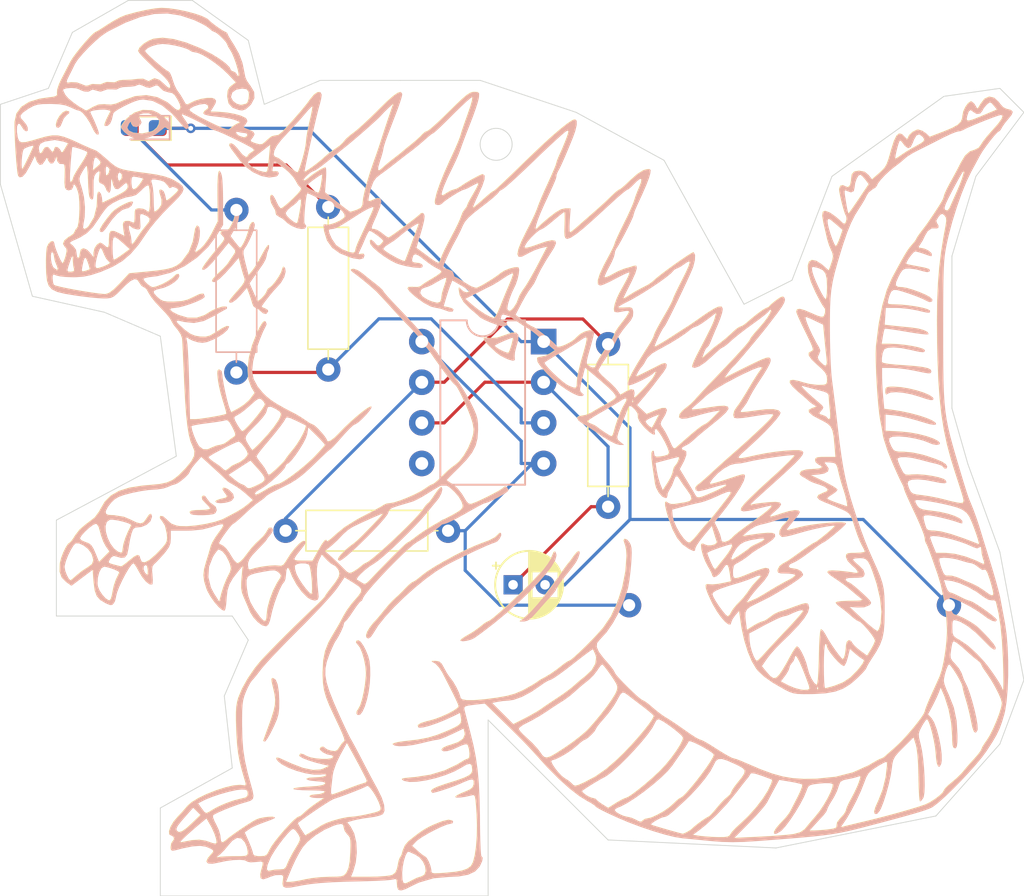
<source format=kicad_pcb>
(kicad_pcb (version 20240108) (generator "pcbnew") (generator_version "8.0")
  (layers (0 "F.Cu" signal) (31 "B.Cu" signal) (34 "B.Paste" user) (35 "F.Paste" user) (36 "B.SilkS" user "B.Silkscreen") (37 "F.SilkS" user "F.Silkscreen") (38 "B.Mask" user) (39 "F.Mask" user) (44 "Edge.Cuts" user))
  (net 0 "")
  (net 1 "Net-(BT1-+)")
  (net 2 "Net-(BT1--)")
  (net 3 "Net-(U1-THR)")
  (net 4 "Net-(D1-A)")
  (net 6 "Net-(D2-A)")
  (net 7 "Net-(U1-DIS)")
  (net 8 "Net-(U1-Q)")
  (footprint "custom_footprint_library:0.4_pitch_resistor" (layer "F.Cu") (at 114.9145 79.1606 90)
    (property "Reference" "R1" (hide yes))
    (property "Value" "R")
    (pad "1" thru_hole circle (at 0 -5.08 90) (size 1.524 1.524) (drill 0.762) (layers "*.Cu" "*.Mask") (net 7 "Net-(U1-DIS)"))
    (pad "2" thru_hole circle (at 0 5.08 90) (size 1.524 1.524) (drill 0.762) (layers "*.Cu" "*.Mask") (net 1 "Net-(BT1-+)"))
  )
  (footprint "Capacitor_THT:CP_Radial_D4.0mm_P2.00mm" (layer "F.Cu") (at 124.0593 82.5438)
    (property "Reference" "C1" (hide yes))
    (property "Value" "C")
    (pad "1" thru_hole rect (at 0 0) (size 1.2 1.2) (drill 0.6) (layers "*.Cu" "*.Mask") (net 3 "Net-(U1-THR)"))
    (pad "2" thru_hole circle (at 2 0) (size 1.2 1.2) (drill 0.6) (layers "*.Cu" "*.Mask") (net 2 "Net-(BT1--)"))
  )
  (footprint "custom_footprint_library:0.4_pitch_resistor" (layer "F.Cu") (at 130 72.58)
    (property "Reference" "R2" (hide yes))
    (property "Value" "R")
    (pad "1" thru_hole circle (at 0 -5.08) (size 1.524 1.524) (drill 0.762) (layers "*.Cu" "*.Mask") (net 7 "Net-(U1-DIS)"))
    (pad "2" thru_hole circle (at 0 5.08) (size 1.524 1.524) (drill 0.762) (layers "*.Cu" "*.Mask") (net 3 "Net-(U1-THR)"))
  )
  (footprint "custom_footprint_library:0.4_pitch_resistor" (layer "F.Cu") (at 112.5 64)
    (property "Reference" "R4" (hide yes))
    (property "Value" "R")
    (pad "1" thru_hole circle (at 0 -5.08) (size 1.524 1.524) (drill 0.762) (layers "*.Cu" "*.Mask") (net 6 "Net-(D2-A)"))
    (pad "2" thru_hole circle (at 0 5.08) (size 1.524 1.524) (drill 0.762) (layers "*.Cu" "*.Mask") (net 8 "Net-(U1-Q)"))
  )
  (footprint "LED_SMD:LED_0603_1608Metric_Pad1.05x0.95mm_HandSolder" (layer "F.Cu") (at 101 54 180)
    (property "Reference" "D2" (hide yes))
    (property "Value" "LED")
    (pad "1" smd roundrect (at -0.875 0 180) (size 1.05 0.95) (layers "F.Cu" "F.Paste" "F.Mask") (net 2 "Net-(BT1--)"))
    (pad "2" smd roundrect (at 0.875 0 180) (size 1.05 0.95) (layers "F.Cu" "F.Paste" "F.Mask") (net 6 "Net-(D2-A)"))
  )
  (footprint "custom_footprint_library:battery_holder_coin" (layer "F.Cu") (at 142.315 83.8196)
    (property "Reference" "BT1" (hide yes))
    (property "Value" "Battery_Cell")
    (pad "1" thru_hole circle (at -11 0) (size 1.524 1.524) (drill 0.762) (layers "*.Cu" "*.Mask") (net 1 "Net-(BT1-+)"))
    (pad "2" thru_hole circle (at 9 0) (size 1.524 1.524) (drill 0.762) (layers "*.Cu" "*.Mask") (net 2 "Net-(BT1--)"))
  )
  (footprint "custom_footprint_library:godzilla_silkscreen" (layer "F.Cu") (at 121.5 69.5)
    (property "Reference" "U2" (hide yes))
    (property "Value" "~" (hide yes))
  )
  (footprint "LED_SMD:LED_0603_1608Metric_Pad1.05x0.95mm_HandSolder" (layer "B.Cu") (at 100.9282 53.9581 180)
    (property "Reference" "D1" (hide yes))
    (property "Value" "LED")
    (pad "1" smd roundrect (at -0.875 0 180) (size 1.05 0.95) (layers "B.Cu" "B.Paste" "B.Mask") (net 2 "Net-(BT1--)"))
    (pad "2" smd roundrect (at 0.875 0 180) (size 1.05 0.95) (layers "B.Cu" "B.Paste" "B.Mask") (net 4 "Net-(D1-A)"))
  )
  (footprint "Package_DIP:DIP-8_W7.62mm" (layer "B.Cu") (at 125.9705 67.337 180)
    (property "Reference" "U1" (hide yes))
    (property "Value" "NE555P")
    (pad "1" thru_hole rect (at 0 0 180) (size 1.6 1.6) (drill 0.8) (layers "*.Cu" "*.Mask") (net 2 "Net-(BT1--)"))
    (pad "2" thru_hole oval (at 0 -2.54 180) (size 1.6 1.6) (drill 0.8) (layers "*.Cu" "*.Mask") (net 3 "Net-(U1-THR)"))
    (pad "3" thru_hole oval (at 0 -5.08 180) (size 1.6 1.6) (drill 0.8) (layers "*.Cu" "*.Mask") (net 8 "Net-(U1-Q)"))
    (pad "4" thru_hole oval (at 0 -7.62 180) (size 1.6 1.6) (drill 0.8) (layers "*.Cu" "*.Mask") (net 1 "Net-(BT1-+)"))
    (pad "5" thru_hole oval (at 7.62 -7.62 180) (size 1.6 1.6) (drill 0.8) (layers "*.Cu" "*.Mask"))
    (pad "6" thru_hole oval (at 7.62 -5.08 180) (size 1.6 1.6) (drill 0.8) (layers "*.Cu" "*.Mask") (net 3 "Net-(U1-THR)"))
    (pad "7" thru_hole oval (at 7.62 -2.54 180) (size 1.6 1.6) (drill 0.8) (layers "*.Cu" "*.Mask") (net 7 "Net-(U1-DIS)"))
    (pad "8" thru_hole oval (at 7.62 0 180) (size 1.6 1.6) (drill 0.8) (layers "*.Cu" "*.Mask") (net 1 "Net-(BT1-+)"))
  )
  (footprint "custom_footprint_library:0.4_pitch_resistor" (layer "B.Cu") (at 106.7565 64.1842 180)
    (property "Reference" "R3" (hide yes))
    (property "Value" "R")
    (pad "1" thru_hole circle (at 0 5.08 180) (size 1.524 1.524) (drill 0.762) (layers "*.Cu" "*.Mask") (net 4 "Net-(D1-A)"))
    (pad "2" thru_hole circle (at 0 -5.08 180) (size 1.524 1.524) (drill 0.762) (layers "*.Cu" "*.Mask") (net 8 "Net-(U1-Q)"))
  )
  (gr_line (start 92 57.5) (end 94 64.5) (stroke (width 0.05)) (layer "Edge.Cuts"))
  (gr_line (start 102 67) (end 103 74.5) (stroke (width 0.05)) (layer "Edge.Cuts"))
  (gr_line (start 151.5 62) (end 153 57) (stroke (width 0.05)) (layer "Edge.Cuts"))
  (gr_line (start 152.5 75) (end 151.5 71.5) (stroke (width 0.05)) (layer "Edge.Cuts"))
  (gr_line (start 94 64.5) (end 98.5 65.5) (stroke (width 0.05)) (layer "Edge.Cuts"))
  (gr_line (start 133.5 56) (end 128 53) (stroke (width 0.05)) (layer "Edge.Cuts"))
  (gr_line (start 122.5 102) (end 122.5 91) (stroke (width 0.05)) (layer "Edge.Cuts"))
  (gr_line (start 138.5 65) (end 133.5 56) (stroke (width 0.05)) (layer "Edge.Cuts"))
  (gr_line (start 151 52) (end 144 57) (stroke (width 0.05)) (layer "Edge.Cuts"))
  (gr_line (start 128 53) (end 122 51) (stroke (width 0.05)) (layer "Edge.Cuts"))
  (gr_line (start 140.5 99) (end 150.5 97) (stroke (width 0.05)) (layer "Edge.Cuts"))
  (gr_line (start 153 57) (end 156 53) (stroke (width 0.05)) (layer "Edge.Cuts"))
  (gr_line (start 102 102) (end 122.5 102) (stroke (width 0.05)) (layer "Edge.Cuts"))
  (gr_line (start 156 88.5) (end 154.5 80.5) (stroke (width 0.05)) (layer "Edge.Cuts"))
  (gr_line (start 150.5 97) (end 154.5 92.5) (stroke (width 0.05)) (layer "Edge.Cuts"))
  (gr_line (start 112 51) (end 108.5 52.5) (stroke (width 0.05)) (layer "Edge.Cuts"))
  (gr_line (start 141.5 63.5) (end 138.5 65) (stroke (width 0.05)) (layer "Edge.Cuts"))
  (gr_line (start 108.5 52.5) (end 107.5 48.5) (stroke (width 0.05)) (layer "Edge.Cuts"))
  (gr_line (start 106 89.5) (end 106.5 94) (stroke (width 0.05)) (layer "Edge.Cuts"))
  (gr_line (start 92 52.5) (end 92 57.5) (stroke (width 0.05)) (layer "Edge.Cuts"))
  (gr_line (start 104 46) (end 100 46) (stroke (width 0.05)) (layer "Edge.Cuts"))
  (gr_line (start 95.5 78.5) (end 95.5 84.5) (stroke (width 0.05)) (layer "Edge.Cuts"))
  (gr_line (start 103 74.5) (end 95.5 78.5) (stroke (width 0.05)) (layer "Edge.Cuts"))
  (gr_line (start 156 53) (end 154.5 51.5) (stroke (width 0.05)) (layer "Edge.Cuts"))
  (gr_line (start 122.5 91) (end 130 98.5) (stroke (width 0.05)) (layer "Edge.Cuts"))
  (gr_line (start 106.5 84.5) (end 107.5 86) (stroke (width 0.05)) (layer "Edge.Cuts"))
  (gr_line (start 151.5 71.5) (end 151.5 62) (stroke (width 0.05)) (layer "Edge.Cuts"))
  (gr_circle (center 123 55) (end 124 55) (stroke (width 0.05)) (fill none) (layer "Edge.Cuts"))
  (gr_line (start 106.5 94) (end 102 96.5) (stroke (width 0.05)) (layer "Edge.Cuts"))
  (gr_line (start 102 96.5) (end 102 102) (stroke (width 0.05)) (layer "Edge.Cuts"))
  (gr_line (start 130 98.5) (end 140.5 99) (stroke (width 0.05)) (layer "Edge.Cuts"))
  (gr_line (start 98.5 65.5) (end 102 67) (stroke (width 0.05)) (layer "Edge.Cuts"))
  (gr_line (start 117 51) (end 112 51) (stroke (width 0.05)) (layer "Edge.Cuts"))
  (gr_line (start 95 51.5) (end 92 52.5) (stroke (width 0.05)) (layer "Edge.Cuts"))
  (gr_line (start 144 57) (end 141.5 63.5) (stroke (width 0.05)) (layer "Edge.Cuts"))
  (gr_line (start 154.5 51.5) (end 151 52) (stroke (width 0.05)) (layer "Edge.Cuts"))
  (gr_line (start 154.5 80.5) (end 152.5 75) (stroke (width 0.05)) (layer "Edge.Cuts"))
  (gr_line (start 95.5 84.5) (end 106.5 84.5) (stroke (width 0.05)) (layer "Edge.Cuts"))
  (gr_line (start 100 46) (end 96.5 48) (stroke (width 0.05)) (layer "Edge.Cuts"))
  (gr_line (start 107.5 86) (end 106 89.5) (stroke (width 0.05)) (layer "Edge.Cuts"))
  (gr_line (start 107.5 48.5) (end 104 46) (stroke (width 0.05)) (layer "Edge.Cuts"))
  (gr_line (start 122 51) (end 117 51) (stroke (width 0.05)) (layer "Edge.Cuts"))
  (gr_line (start 154.5 92.5) (end 156 88.5) (stroke (width 0.05)) (layer "Edge.Cuts"))
  (gr_line (start 96.5 48) (end 95 51.5) (stroke (width 0.05)) (layer "Edge.Cuts"))
  (segment (start 121.0661 79.1606) (end 119.9945 79.1606) (width 0.2) (layer "B.Cu") (net 1))
  (segment (start 123.2441 83.8196) (end 121.0661 81.6416) (width 0.2) (layer "B.Cu") (net 1))
  (segment (start 131.315 83.8196) (end 123.2441 83.8196) (width 0.2) (layer "B.Cu") (net 1))
  (segment (start 125.2697 74.957) (end 121.0661 79.1606) (width 0.2) (layer "B.Cu") (net 1))
  (segment (start 125.9705 74.957) (end 125.2697 74.957) (width 0.2) (layer "B.Cu") (net 1))
  (segment (start 121.0661 81.6416) (end 121.0661 79.1606) (width 0.2) (layer "B.Cu") (net 1))
  (segment (start 124.5688 73.5553) (end 124.5688 74.957) (width 0.2) (layer "B.Cu") (net 1))
  (segment (start 125.2697 74.957) (end 124.5688 74.957) (width 0.2) (layer "B.Cu") (net 1))
  (segment (start 118.3505 67.337) (end 124.5688 73.5553) (width 0.2) (layer "B.Cu") (net 1))
  (segment (start 103.9019 54) (end 101.875 54) (width 0.2) (layer "F.Cu") (net 2))
  (via (at 103.9019 54) (size 0.6) (drill 0.3) (layers "F.Cu" "B.Cu") (net 2))
  (segment (start 101.8451 54) (end 103.9019 54) (width 0.2) (layer "B.Cu") (net 2))
  (segment (start 127.2858 82.5438) (end 131.37 78.4596) (width 0.2) (layer "B.Cu") (net 2))
  (segment (start 101.8032 53.9581) (end 101.8451 54) (width 0.2) (layer "B.Cu") (net 2))
  (segment (start 145.955 78.4596) (end 151.315 83.8196) (width 0.2) (layer "B.Cu") (net 2))
  (segment (start 111.2318 54) (end 103.9019 54) (width 0.2) (layer "B.Cu") (net 2))
  (segment (start 131.37 78.4596) (end 131.37 72.7365) (width 0.2) (layer "B.Cu") (net 2))
  (segment (start 131.37 78.4596) (end 145.955 78.4596) (width 0.2) (layer "B.Cu") (net 2))
  (segment (start 125.9705 67.337) (end 124.5688 67.337) (width 0.2) (layer "B.Cu") (net 2))
  (segment (start 131.37 72.7365) (end 125.9705 67.337) (width 0.2) (layer "B.Cu") (net 2))
  (segment (start 126.0593 82.5438) (end 127.2858 82.5438) (width 0.2) (layer "B.Cu") (net 2))
  (segment (start 124.5688 67.337) (end 111.2318 54) (width 0.2) (layer "B.Cu") (net 2))
  (segment (start 119.7522 72.417) (end 122.2922 69.877) (width 0.2) (layer "F.Cu") (net 3))
  (segment (start 118.3505 72.417) (end 119.7522 72.417) (width 0.2) (layer "F.Cu") (net 3))
  (segment (start 124.0593 82.5438) (end 128.9431 77.66) (width 0.2) (layer "F.Cu") (net 3))
  (segment (start 128.9431 77.66) (end 130 77.66) (width 0.2) (layer "F.Cu") (net 3))
  (segment (start 122.2922 69.877) (end 125.9705 69.877) (width 0.2) (layer "F.Cu") (net 3))
  (segment (start 130 73.9065) (end 130 77.66) (width 0.2) (layer "B.Cu") (net 3))
  (segment (start 125.9705 69.877) (end 130 73.9065) (width 0.2) (layer "B.Cu") (net 3))
  (segment (start 105.1993 59.1042) (end 106.7565 59.1042) (width 0.2) (layer "B.Cu") (net 4))
  (segment (start 100.0532 53.9581) (end 105.1993 59.1042) (width 0.2) (layer "B.Cu") (net 4))
  (segment (start 100.125 54) (end 102.4167 56.2917) (width 0.2) (layer "F.Cu") (net 6))
  (segment (start 109.8717 56.2917) (end 112.5 58.92) (width 0.2) (layer "F.Cu") (net 6))
  (segment (start 102.4167 56.2917) (end 109.8717 56.2917) (width 0.2) (layer "F.Cu") (net 6))
  (segment (start 119.7522 69.877) (end 123.706 65.9232) (width 0.2) (layer "F.Cu") (net 7))
  (segment (start 128.4232 65.9232) (end 130 67.5) (width 0.2) (layer "F.Cu") (net 7))
  (segment (start 123.706 65.9232) (end 128.4232 65.9232) (width 0.2) (layer "F.Cu") (net 7))
  (segment (start 118.3505 69.877) (end 119.7522 69.877) (width 0.2) (layer "F.Cu") (net 7))
  (segment (start 109.8345 78.393) (end 109.8345 79.1606) (width 0.2) (layer "B.Cu") (net 7))
  (segment (start 118.3505 69.877) (end 109.8345 78.393) (width 0.2) (layer "B.Cu") (net 7))
  (segment (start 106.7565 69.2642) (end 112.3158 69.2642) (width 0.2) (layer "F.Cu") (net 8))
  (segment (start 112.3158 69.2642) (end 112.5 69.08) (width 0.2) (layer "F.Cu") (net 8))
  (segment (start 124.5688 72.417) (end 124.5688 71.5409) (width 0.2) (layer "B.Cu") (net 8))
  (segment (start 124.5688 71.5409) (end 118.9399 65.912) (width 0.2) (layer "B.Cu") (net 8))
  (segment (start 115.668 65.912) (end 112.5 69.08) (width 0.2) (layer "B.Cu") (net 8))
  (segment (start 125.9705 72.417) (end 124.5688 72.417) (width 0.2) (layer "B.Cu") (net 8))
  (segment (start 118.9399 65.912) (end 115.668 65.912) (width 0.2) (layer "B.Cu") (net 8))
)
</source>
